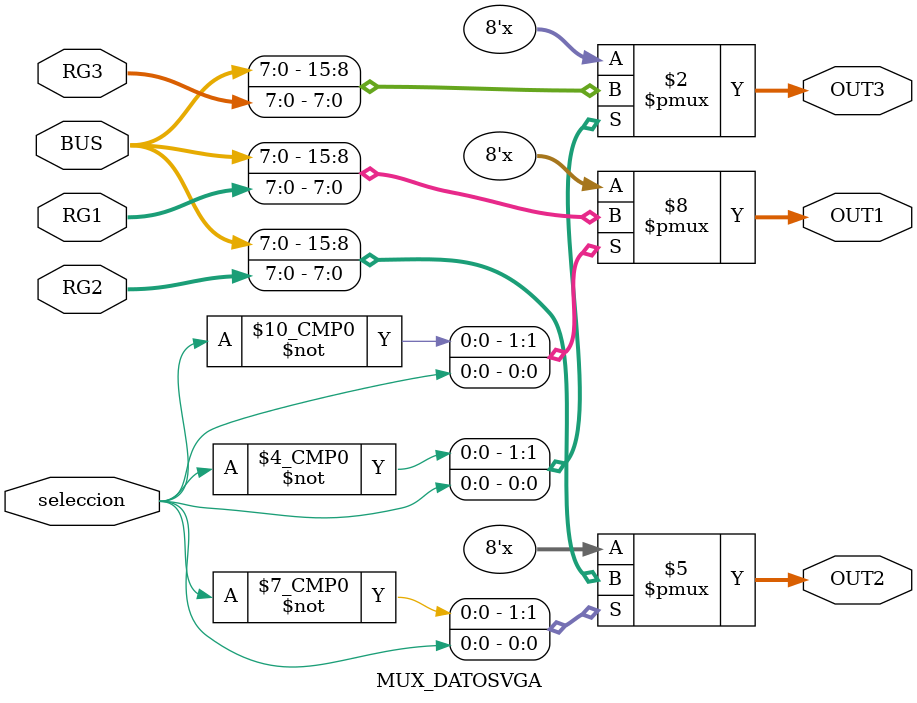
<source format=v>
`timescale 1ns / 1ps
module MUX_DATOSVGA(
input seleccion,
input [7:0]BUS,
input [7:0]RG1,
input [7:0]RG2,
input [7:0]RG3,
output reg[7:0] OUT1,
output reg[7:0] OUT2,
output reg[7:0] OUT3
    );

   always @(seleccion, RG1, RG2, RG3, BUS)
      case (seleccion)
         1'b0: begin
			OUT1 <= BUS;
			OUT2 <= BUS;
			OUT3 <= BUS;
					end
         1'b1: begin
			OUT1 <= RG1;
			OUT2 <= RG2;
			OUT3 <= RG3;
					end
      endcase
		

endmodule

</source>
